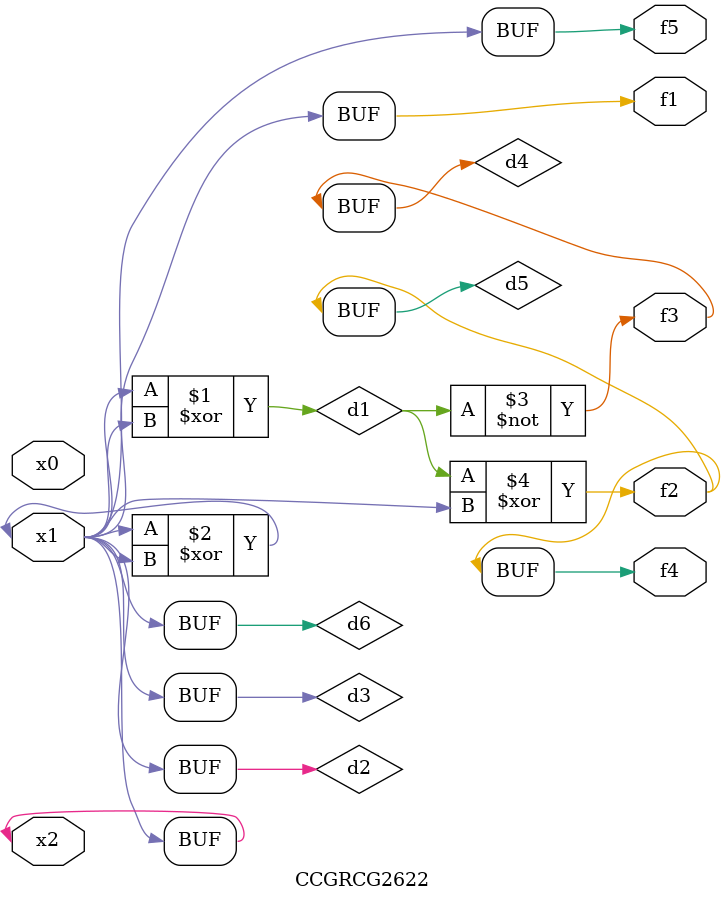
<source format=v>
module CCGRCG2622(
	input x0, x1, x2,
	output f1, f2, f3, f4, f5
);

	wire d1, d2, d3, d4, d5, d6;

	xor (d1, x1, x2);
	buf (d2, x1, x2);
	xor (d3, x1, x2);
	nor (d4, d1);
	xor (d5, d1, d2);
	buf (d6, d2, d3);
	assign f1 = d6;
	assign f2 = d5;
	assign f3 = d4;
	assign f4 = d5;
	assign f5 = d6;
endmodule

</source>
